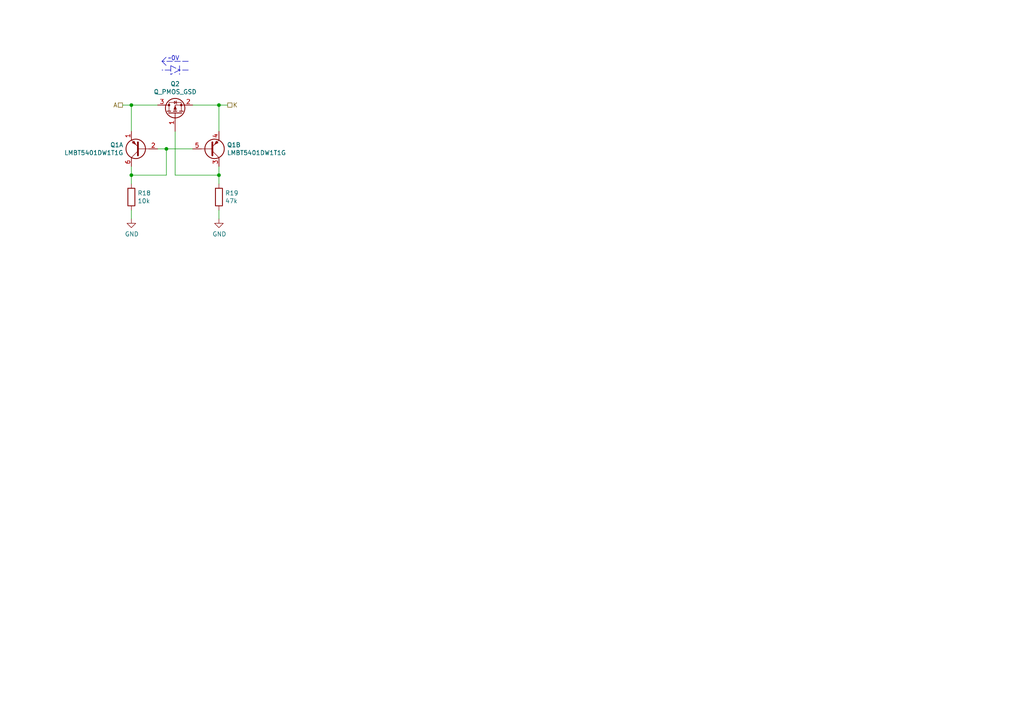
<source format=kicad_sch>
(kicad_sch (version 20200506) (host eeschema "(5.99.0-1565-gc92181621)")
  (page "A4")
  (title_block (title "Zero Volt Diode") (date "2020-04-28") (rev "2.0rc2") (company "Simplexion GmbH"))
  (lib_symbols
    (symbol "Device:Q_DUAL_PNP_PNP_E1B1C2E2B2C1" (pin_names (offset 0) hide)
      (property "Reference" "Q" (at 5.08 1.27 0))
      (property "Value" "Q_DUAL_PNP_PNP_E1B1C2E2B2C1" (at 5.08 -1.27 0))
      (symbol "Q_DUAL_PNP_PNP_E1B1C2E2B2C1_0_1"
        (circle (center 1.27 0) (radius 2.8194) (stroke (width 0.254)))
        (polyline (pts (xy 0.635 0) (xy -2.54 0)))
        (polyline (pts (xy 0.635 0.635) (xy 2.54 2.54)))
        (polyline (pts (xy 0.635 -0.635) (xy 2.54 -2.54) (xy 2.54 -2.54)))
        (polyline (pts (xy 0.635 1.905) (xy 0.635 -1.905) (xy 0.635 -1.905)) (stroke (width 0.508)))
        (polyline (pts (xy 2.286 -1.778) (xy 1.778 -2.286) (xy 1.27 -1.27) (xy 2.286 -1.778) (xy 2.286 -1.778)) (fill (type outline)))
      )
      (symbol "Q_DUAL_PNP_PNP_E1B1C2E2B2C1_1_1"
        (pin passive line (at 2.54 -5.08 90) (length 2.54) (name "E1") (number "1"))
        (pin input line (at -5.08 0 0) (length 2.54) (name "B1") (number "2"))
        (pin passive line (at 2.54 5.08 270) (length 2.54) (name "C1") (number "6"))
      )
      (symbol "Q_DUAL_PNP_PNP_E1B1C2E2B2C1_2_1"
        (pin passive line (at 2.54 5.08 270) (length 2.54) (name "C2") (number "3"))
        (pin passive line (at 2.54 -5.08 90) (length 2.54) (name "E2") (number "4"))
        (pin input line (at -5.08 0 0) (length 2.54) (name "B2") (number "5"))
      )
    )
    (symbol "Device:Q_PMOS_GSD" (pin_names (offset 0) hide)
      (property "Reference" "Q" (at 5.08 1.27 0))
      (property "Value" "Q_PMOS_GSD" (at 5.08 -1.27 0))
      (symbol "Q_PMOS_GSD_0_1"
        (circle (center 1.651 0) (radius 2.8194) (stroke (width 0.254)))
        (circle (center 2.54 -1.778) (radius 0.2794) (fill (type outline)))
        (circle (center 2.54 1.778) (radius 0.2794) (fill (type outline)))
        (polyline (pts (xy 0.0508 0) (xy 0.254 0)))
        (polyline (pts (xy 0.762 -1.778) (xy 2.54 -1.778)))
        (polyline (pts (xy 0.762 -1.27) (xy 0.762 -2.286)) (stroke (width 0.254)))
        (polyline (pts (xy 0.762 0) (xy 2.54 0)))
        (polyline (pts (xy 0.762 0.508) (xy 0.762 -0.508)) (stroke (width 0.254)))
        (polyline (pts (xy 0.762 1.778) (xy 2.54 1.778)))
        (polyline (pts (xy 0.762 2.286) (xy 0.762 1.27)) (stroke (width 0.254)))
        (polyline (pts (xy 2.54 -1.778) (xy 2.54 -2.54)))
        (polyline (pts (xy 2.54 -1.778) (xy 2.54 0)))
        (polyline (pts (xy 2.54 2.54) (xy 2.54 1.778)))
        (polyline (pts (xy 0.254 1.905) (xy 0.254 -1.905) (xy 0.254 -1.905)) (stroke (width 0.254)))
        (polyline (pts (xy 2.286 0) (xy 1.27 -0.381) (xy 1.27 0.381) (xy 2.286 0)) (fill (type outline)))
        (polyline (pts (xy 2.54 -1.778) (xy 3.302 -1.778) (xy 3.302 1.778) (xy 2.54 1.778)))
        (polyline (pts (xy 2.794 -0.508) (xy 2.921 -0.381) (xy 3.683 -0.381) (xy 3.81 -0.254)))
        (polyline (pts (xy 3.302 -0.381) (xy 2.921 0.254) (xy 3.683 0.254) (xy 3.302 -0.381)))
      )
      (symbol "Q_PMOS_GSD_1_1"
        (pin input line (at -5.08 0 0) (length 5.08) (name "G") (number "1"))
        (pin passive line (at 2.54 -5.08 90) (length 2.54) (name "S") (number "2"))
        (pin passive line (at 2.54 5.08 270) (length 2.54) (name "D") (number "3"))
      )
    )
    (symbol "Device:R" (pin_numbers hide) (pin_names (offset 0))
      (property "Reference" "R" (at 2.032 0 90))
      (property "Value" "R" (at 0 0 90))
      (symbol "R_0_1"
        (rectangle (start -1.016 -2.54) (end 1.016 2.54) (stroke (width 0.254)))
      )
      (symbol "R_1_1"
        (pin passive line (at 0 3.81 270) (length 1.27) (name "~") (number "1"))
        (pin passive line (at 0 -3.81 90) (length 1.27) (name "~") (number "2"))
      )
    )
    (symbol "power:GND" (power) (pin_names (offset 0))
      (property "Value" "GND" (at 0 -3.81 0))
      (symbol "GND_0_1"
        (polyline (pts (xy 0 0) (xy 0 -1.27) (xy 1.27 -1.27) (xy 0 -2.54) (xy -1.27 -1.27) (xy 0 -1.27)))
      )
      (symbol "GND_1_1"
        (pin power_in line (at 0 0 270) (length 0) (name "GND") (number "1") hide)
      )
    )
  )
  (junction (at 63.5 50.8))
  (junction (at 63.5 30.48))
  (junction (at 38.1 30.48))
  (junction (at 38.1 50.8))
  (junction (at 48.26 43.18))
  (wire (pts (xy 35.56 30.48) (xy 38.1 30.48)))
  (wire (pts (xy 38.1 30.48) (xy 45.72 30.48)))
  (wire (pts (xy 38.1 38.1) (xy 38.1 30.48)))
  (wire (pts (xy 38.1 48.26) (xy 38.1 50.8)))
  (wire (pts (xy 38.1 50.8) (xy 38.1 53.34)))
  (wire (pts (xy 38.1 50.8) (xy 48.26 50.8)))
  (wire (pts (xy 38.1 60.96) (xy 38.1 63.5)))
  (wire (pts (xy 48.26 43.18) (xy 45.72 43.18)))
  (wire (pts (xy 48.26 43.18) (xy 55.88 43.18)))
  (wire (pts (xy 48.26 50.8) (xy 48.26 43.18)))
  (wire (pts (xy 50.8 38.1) (xy 50.8 50.8)))
  (wire (pts (xy 50.8 50.8) (xy 63.5 50.8)))
  (wire (pts (xy 55.88 30.48) (xy 63.5 30.48)))
  (wire (pts (xy 63.5 30.48) (xy 63.5 38.1)))
  (wire (pts (xy 63.5 30.48) (xy 66.04 30.48)))
  (wire (pts (xy 63.5 48.26) (xy 63.5 50.8)))
  (wire (pts (xy 63.5 50.8) (xy 63.5 53.34)))
  (wire (pts (xy 63.5 60.96) (xy 63.5 63.5)))
  (polyline (pts (xy 46.99 17.78) (xy 48.26 16.51)) (stroke (width 0.1524) (type dash)))
  (polyline (pts (xy 46.99 17.78) (xy 48.26 19.05)) (stroke (width 0.1524) (type dash)))
  (polyline (pts (xy 49.53 19.05) (xy 49.53 21.59)) (stroke (width 0.1524) (type dash)))
  (polyline (pts (xy 49.53 19.05) (xy 52.07 20.32)) (stroke (width 0.1524) (type dash)))
  (polyline (pts (xy 49.53 20.32) (xy 46.99 20.32)) (stroke (width 0.1524) (type dash)))
  (polyline (pts (xy 52.07 19.05) (xy 52.07 21.59)) (stroke (width 0.1524) (type dash)))
  (polyline (pts (xy 52.07 20.32) (xy 49.53 21.59)) (stroke (width 0.1524) (type dash)))
  (polyline (pts (xy 54.61 17.78) (xy 46.99 17.78)) (stroke (width 0.1524) (type dash)))
  (polyline (pts (xy 54.61 20.32) (xy 52.07 20.32)) (stroke (width 0.1524) (type dash)))
  (text "~~0V" (at 52.07 17.78 180) (effects (font (size 1.27 1.27)) (justify right bottom)))
  (hierarchical_label "A" (shape passive) (at 35.56 30.48 180))
  (hierarchical_label "K" (shape passive) (at 66.04 30.48 0))
  (symbol (lib_id "power:GND") (at 38.1 63.5 0) (unit 1)
    (property "Reference" "#U0117" (effects hide))
    (property "Value" "GND" (at 38.227 67.8942 0))
  )
  (symbol (lib_id "power:GND") (at 63.5 63.5 0) (unit 1)
    (property "Reference" "#U0118" (effects hide))
    (property "Value" "GND" (at 63.627 67.8942 0))
  )
  (symbol (lib_id "Device:R") (at 38.1 57.15 0) (unit 1)
    (property "Reference" "R18" (at 39.878 56.007 0) (effects (justify left)))
    (property "Value" "10k" (at 39.878 58.293 0) (effects (justify left)))
    (property "Footprint" "Resistor_SMD:R_0603_1608Metric_Icon" (effects hide))
    (property "MPN" "RC0603JR-0710KL" (effects hide))
    (property "Unit Price" "0.01" (effects hide))
  )
  (symbol (lib_id "Device:R") (at 63.5 57.15 180) (unit 1)
    (property "Reference" "R19" (at 65.278 56.007 0) (effects (justify right)))
    (property "Value" "47k" (at 65.278 58.293 0) (effects (justify right)))
    (property "Footprint" "Resistor_SMD:R_0603_1608Metric_Icon" (effects hide))
    (property "MPN" "RC0603JR-0747KL" (effects hide))
    (property "Unit Price" "0.01" (effects hide))
  )
  (symbol (lib_id "Device:Q_DUAL_PNP_PNP_E1B1C2E2B2C1") (at 40.64 43.18 180) (unit 1)
    (property "Reference" "Q1" (at 35.7886 42.037 0) (effects (justify left)))
    (property "Value" "LMBT5401DW1T1G" (at 35.7886 44.323 0) (effects (justify left)))
    (property "Footprint" "Package_TO_SOT_SMD:SOT-363_SC-70-6" (effects hide))
    (property "MPN" "LMBT5401DW1T1G" (effects hide))
    (property "Unit Price" "0.04" (effects hide))
  )
  (symbol (lib_id "Device:Q_DUAL_PNP_PNP_E1B1C2E2B2C1") (at 60.96 43.18 0) (mirror x) (unit 2)
    (property "Reference" "Q1" (at 65.8114 42.037 0) (effects (justify left)))
    (property "Value" "LMBT5401DW1T1G" (at 65.8114 44.323 0) (effects (justify left)))
    (property "Footprint" "Package_TO_SOT_SMD:SOT-363_SC-70-6" (effects hide))
    (property "MPN" "LMBT5401DW1T1G" (effects hide))
    (property "Unit Price" "0.04" (effects hide))
  )
  (symbol (lib_id "Device:Q_PMOS_GSD") (at 50.8 33.02 90) (unit 1)
    (property "Reference" "Q2" (at 50.8 24.3332 90))
    (property "Value" "Q_PMOS_GSD" (at 50.8 26.6446 90))
    (property "Footprint" "Package_TO_SOT_SMD:SOT-23" (effects hide))
    (property "MPN" "FDN336P" (effects hide))
    (property "Unit Price" "0.04" (effects hide))
  )
)
</source>
